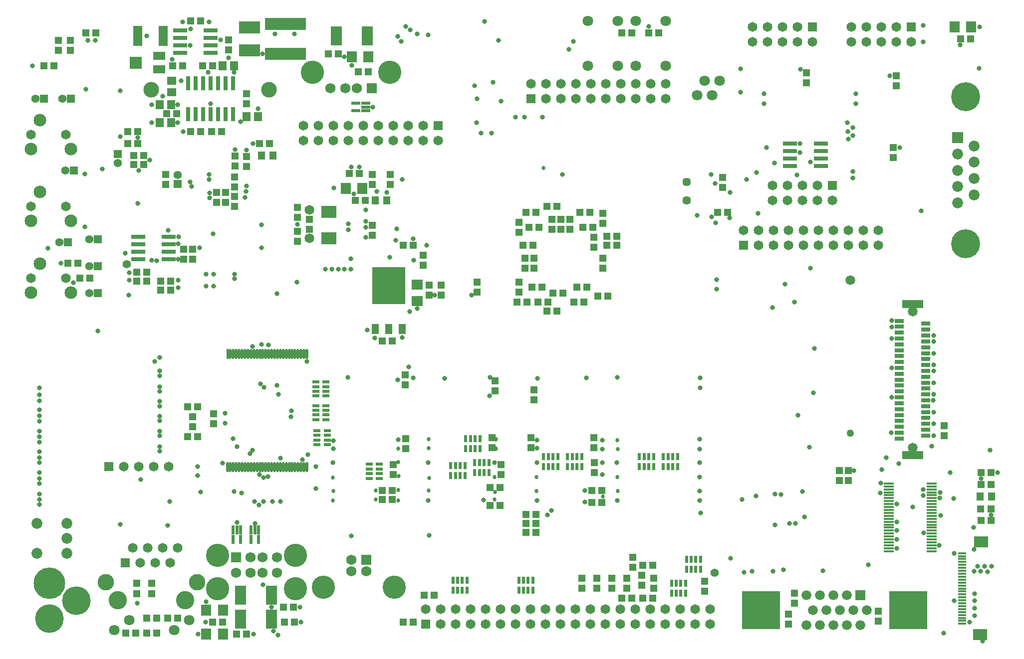
<source format=gbs>
%FSDAX44Y44*%
%MOIN*%
%SFA1B1*%

%IPPOS*%
%ADD75C,0.064960*%
%ADD130R,0.068900X0.076770*%
%ADD131R,0.045280X0.049210*%
%ADD132R,0.045280X0.023620*%
%ADD133R,0.045280X0.023620*%
%ADD134R,0.049210X0.045280*%
%ADD135R,0.023620X0.045280*%
%ADD136R,0.023620X0.045280*%
%ADD141R,0.017720X0.068900*%
%ADD144R,0.029530X0.092520*%
%ADD145R,0.092520X0.029530*%
%ADD146R,0.092520X0.029530*%
%ADD170R,0.064960X0.064960*%
%ADD172R,0.076770X0.068900*%
%ADD180C,0.064960*%
%ADD181C,0.057090*%
%ADD182C,0.070870*%
%ADD183C,0.072840*%
%ADD184C,0.155510*%
%ADD185C,0.068900*%
%ADD186R,0.068900X0.068900*%
%ADD187C,0.070910*%
%ADD188C,0.065910*%
%ADD189R,0.065910X0.065910*%
%ADD190R,0.255910X0.255910*%
%ADD191C,0.064910*%
%ADD192C,0.084650*%
%ADD193C,0.110240*%
%ADD194R,0.064960X0.064960*%
%ADD195C,0.122050*%
%ADD196C,0.193310*%
%ADD197R,0.072440X0.072440*%
%ADD198C,0.072440*%
%ADD199C,0.210630*%
%ADD200C,0.190950*%
%ADD201C,0.055120*%
%ADD202R,0.055120X0.055120*%
%ADD203C,0.104330*%
%ADD204C,0.049210*%
%ADD205C,0.031500*%
%ADD206C,0.027170*%
%ADD207C,0.055910*%
%ADD208R,0.045280X0.068900*%
%ADD209R,0.218500X0.250000*%
%ADD210R,0.019690X0.059060*%
%ADD211R,0.019690X0.059060*%
%ADD212R,0.076770X0.129920*%
%ADD213R,0.064960X0.029530*%
%ADD214R,0.139760X0.057090*%
%ADD215R,0.070870X0.017720*%
%ADD216O,0.017720X0.068900*%
%ADD217R,0.057090X0.017720*%
%ADD218R,0.092520X0.076770*%
%ADD219R,0.059060X0.019690*%
%ADD220R,0.059060X0.019690*%
%ADD221R,0.084650X0.057090*%
%ADD222R,0.084650X0.084650*%
%ADD223R,0.064960X0.131890*%
%ADD224R,0.045280X0.053150*%
%ADD225R,0.139760X0.080710*%
%ADD226R,0.273620X0.080710*%
%ADD227R,0.057090X0.064960*%
%ADD228R,0.064960X0.057090*%
%ADD229R,0.100390X0.080710*%
%LNpcb1-1*%
%LPD*%
G54D75*
X00011525Y00036139D03*
X00012525D03*
X00013525D03*
X00014025Y00037139D03*
X00013025D03*
X00012025D03*
X00011025D03*
G54D130*
X00015930Y00031377D03*
X00017033D03*
Y00032978D03*
X00015930D03*
X00025248Y00061200D03*
X00026351D03*
X00026751Y00070000D03*
X00025648D03*
X00065907Y00071973D03*
X00067009D03*
G54D131*
X00011275Y00034104D03*
X00012275D03*
Y00034774D03*
X00011275D03*
X00015000Y00045265D03*
Y00045934D03*
X00016400Y00046134D03*
Y00045465D03*
X00029252Y00044444D03*
Y00043775D03*
X00028400Y00042734D03*
Y00042065D03*
X00041000Y00035134D03*
Y00034465D03*
X00042000D03*
X00043000D03*
X00044000D03*
X00045800D03*
X00049200Y00034265D03*
X00055200Y00034134D03*
Y00033465D03*
X00054800Y00032734D03*
Y00032065D03*
X00060800Y00032265D03*
Y00032934D03*
X00049200Y00034934D03*
X00058200Y00041665D03*
X00058800D03*
Y00042334D03*
X00058200D03*
X00065200Y00044665D03*
Y00045334D03*
X00050400Y00061265D03*
X00056000Y00068265D03*
X00062000Y00068065D03*
X00061800Y00063934D03*
Y00063265D03*
X00062000Y00068734D03*
X00056000Y00068934D03*
X00050400Y00061934D03*
X00042400Y00059534D03*
Y00058865D03*
X00041800Y00057934D03*
Y00057265D03*
X00042400Y00056534D03*
Y00055865D03*
X00037800D03*
X00037200D03*
Y00056534D03*
X00037800D03*
X00036800Y00054934D03*
Y00058265D03*
Y00058934D03*
X00039000Y00059134D03*
X00039600D03*
X00040200Y00059134D03*
Y00058465D03*
X00039600Y00058465D03*
X00039000D03*
X00036800Y00054265D03*
X00035200Y00048334D03*
Y00047665D03*
X00037800Y00047734D03*
Y00047065D03*
X00037600Y00044534D03*
Y00043865D03*
X00035000D03*
Y00044534D03*
X00035600Y00042734D03*
Y00042065D03*
X00042000Y00035134D03*
X00043000D03*
X00044000D03*
X00044400Y00035865D03*
Y00036534D03*
X00045000Y00035334D03*
Y00034665D03*
X00045800Y00035134D03*
X00041852Y00042200D03*
Y00042870D03*
X00041800Y00043865D03*
Y00044534D03*
X00034000Y00054934D03*
X00030400Y00056065D03*
Y00056734D03*
X00028200Y00061465D03*
X00030800Y00054734D03*
Y00054065D03*
X00031600D03*
Y00054734D03*
X00034000Y00054265D03*
X00029200Y00048734D03*
Y00048065D03*
X00027000Y00058065D03*
Y00058734D03*
Y00061465D03*
X00022800Y00059134D03*
Y00058465D03*
X00022000Y00058334D03*
Y00057665D03*
Y00059265D03*
Y00059934D03*
X00028200Y00062134D03*
X00027000D03*
X00017400Y00070465D03*
Y00071134D03*
X00018600Y00067534D03*
Y00066865D03*
Y00063334D03*
Y00062665D03*
X00017859Y00062674D03*
Y00063344D03*
X00017800Y00061949D03*
Y00061280D03*
Y00060670D03*
Y00060000D03*
X00017200Y00060265D03*
X00016600D03*
Y00060934D03*
X00017200D03*
X00015000Y00057134D03*
X00014400D03*
Y00056465D03*
X00015000D03*
X00013200Y00062134D03*
Y00061465D03*
X00006863Y00070418D03*
Y00071087D03*
X00006063D03*
Y00070418D03*
G54D132*
X00023330Y00044055D03*
Y00044370D03*
Y00044685D03*
Y00045000D03*
X00023252Y00045724D03*
Y00046039D03*
Y00046354D03*
Y00046669D03*
X00023244Y00047307D03*
Y00047622D03*
Y00047937D03*
X00023913D03*
Y00047622D03*
Y00047307D03*
X00023921Y00046354D03*
Y00046039D03*
Y00045724D03*
X00024000Y00044685D03*
Y00044370D03*
Y00044055D03*
X00026800Y00042744D03*
Y00042429D03*
Y00042115D03*
X00027469D03*
Y00041800D03*
Y00042429D03*
Y00042744D03*
X00023244Y00048252D03*
G54D133*
X00026800Y00041800D03*
X00024000Y00045000D03*
X00023921Y00046669D03*
X00023913Y00048252D03*
G54D134*
X00029065Y00032200D03*
X00029734D03*
X00030465Y00034000D03*
X00031134D03*
X00034865Y00040000D03*
X00035534D03*
Y00041200D03*
X00034865D03*
X00037265Y00039400D03*
Y00038800D03*
Y00038200D03*
X00037934D03*
Y00038800D03*
Y00039400D03*
X00043665Y00033800D03*
X00044334D03*
X00045065D03*
X00045734D03*
Y00036000D03*
X00045065D03*
X00042334Y00040200D03*
X00041665D03*
Y00041000D03*
X00042334D03*
X00042065Y00054000D03*
X00042734D03*
X00041334Y00054600D03*
X00050065Y00059600D03*
X00050734D03*
X00043334Y00058000D03*
X00043334Y00057400D03*
X00042665D03*
Y00058000D03*
X00041734Y00058600D03*
X00041534Y00059600D03*
X00040865D03*
X00041065Y00058600D03*
X00038134D03*
X00037465D03*
X00037265Y00059600D03*
X00037934D03*
X00038665Y00060000D03*
X00039334D03*
X00037734Y00057400D03*
X00037065D03*
X00037665Y00054600D03*
X00038334D03*
X00039065Y00054200D03*
X00039734D03*
X00040665Y00054600D03*
X00040465Y00053600D03*
X00041134D03*
X00039334Y00053000D03*
X00038665D03*
X00038734Y00053600D03*
X00038065D03*
X00037334D03*
X00036665D03*
X00029734Y00057400D03*
X00029065D03*
X00028334Y00051000D03*
X00026534Y00060400D03*
X00025865D03*
X00027665Y00051000D03*
X00015334Y00046600D03*
X00014665D03*
Y00044600D03*
X00015334D03*
X00027665Y00041000D03*
Y00040400D03*
X00021734Y00033200D03*
X00021065D03*
X00021147Y00032177D03*
X00021816D03*
X00028334Y00040400D03*
X00028334Y00041000D03*
X00018616Y00031377D03*
X00017947D03*
X00017016Y00032177D03*
X00016347D03*
X00014010Y00032439D03*
X00013341D03*
X00012610D03*
X00011941D03*
Y00031439D03*
X00012610D03*
X00011210D03*
X00010541D03*
X00012865Y00054400D03*
X00013534D03*
Y00055000D03*
X00012865D03*
X00011934D03*
Y00055600D03*
X00011265D03*
Y00055000D03*
X00008134Y00055200D03*
X00007465D03*
X00014865Y00065000D03*
X00015534D03*
X00016265D03*
X00016934D03*
X00019465Y00064200D03*
X00020134D03*
X00025465Y00062200D03*
X00026134D03*
X00026065Y00069000D03*
X00026734D03*
X00024734Y00070200D03*
X00024065D03*
X00016334Y00069400D03*
X00015665D03*
X00014334D03*
X00014865Y00072400D03*
X00015534D03*
X00013665Y00069400D03*
X00008534Y00071600D03*
X00007865D03*
X00010665Y00065000D03*
X00011334D03*
Y00064200D03*
X00010665D03*
X00011065Y00063400D03*
Y00062800D03*
X00011734D03*
X00011734Y00063400D03*
X00013265Y00066200D03*
X00013934D03*
X00005734Y00069400D03*
X00005065D03*
X00006665Y00056200D03*
X00007334D03*
X00043665Y00071600D03*
X00044334D03*
X00045465D03*
X00046134D03*
X00066323Y00071173D03*
X00066992D03*
X00067665Y00042200D03*
X00067665Y00041400D03*
X00067664Y00039757D03*
X00067681Y00038995D03*
X00068350D03*
X00068334Y00039757D03*
X00068334Y00041400D03*
X00068334Y00042200D03*
G54D135*
X00032400Y00034330D03*
X00032715D03*
X00033029D03*
X00033344D03*
X00036800D03*
X00037115D03*
X00037429D03*
X00037744D03*
X00047000Y00034130D03*
X00047315D03*
X00047629D03*
X00047944D03*
X00048315Y00035730D03*
X00048629D03*
X00048944D03*
Y00036400D03*
X00048629D03*
X00048315D03*
X00047085Y00042600D03*
X00046770D03*
X00046455D03*
Y00043269D03*
X00046770D03*
X00047085D03*
X00047400D03*
X00045800D03*
X00045485D03*
X00045170D03*
X00044855D03*
Y00042600D03*
X00045170D03*
X00045485D03*
X00048000Y00035730D03*
X00047944Y00034800D03*
X00047629D03*
X00047315D03*
X00040685Y00042600D03*
X00040370D03*
X00040055D03*
Y00043269D03*
X00040370D03*
X00040685D03*
X00041000D03*
X00039400D03*
X00039085D03*
X00038770D03*
X00038455D03*
Y00042600D03*
X00038770D03*
X00039085D03*
X00034800Y00042869D03*
X00037115Y00035000D03*
X00037429D03*
X00037744D03*
X00034485Y00042200D03*
X00034170D03*
X00033855D03*
Y00042869D03*
X00034170D03*
X00034485D03*
X00033200Y00042669D03*
X00032885D03*
X00032570D03*
X00032255D03*
Y00042000D03*
X00032570D03*
X00032885D03*
X00033255Y00043800D03*
X00033570D03*
X00033885D03*
Y00044469D03*
X00034200D03*
X00033570D03*
X00033255D03*
X00033344Y00035000D03*
X00033029D03*
X00032715D03*
G54D136*
X00036800Y00035000D03*
X00047000Y00034800D03*
X00048000Y00036400D03*
X00047400Y00042600D03*
X00045800D03*
X00041000D03*
X00039400D03*
X00034800Y00042200D03*
X00033200Y00042000D03*
X00034200Y00043800D03*
X00032400Y00035000D03*
G54D141*
X00017333Y00050107D03*
G54D144*
X00014700Y00066166D03*
X00015200D03*
X00015700D03*
X00016200D03*
X00016700D03*
X00017200D03*
X00017700D03*
Y00068233D03*
X00017200D03*
X00016700D03*
X00016200D03*
X00015700D03*
X00015200D03*
X00014700D03*
G54D145*
X00011376Y00056450D03*
Y00056950D03*
Y00057450D03*
Y00057950D03*
X00013423Y00057450D03*
Y00056950D03*
Y00056450D03*
X00016223Y00070250D03*
Y00070750D03*
Y00071250D03*
Y00071750D03*
X00014176D03*
Y00071250D03*
Y00070750D03*
X00054920Y00064195D03*
Y00063695D03*
Y00063195D03*
X00056967D03*
Y00063695D03*
Y00064195D03*
Y00062695D03*
G54D146*
X00013423Y00057950D03*
X00014176Y00070250D03*
X00054920Y00062695D03*
G54D170*
X00030585Y00032040D03*
X00009400Y00042600D03*
X00031400Y00065400D03*
X00037600Y00067200D03*
X00051800Y00057400D03*
X00057759Y00061387D03*
X00063000Y00072000D03*
X00056400D03*
G54D172*
X00030000Y00053648D03*
Y00054751D03*
G54D180*
X00031585Y00032040D03*
X00032585D03*
X00033585D03*
Y00033041D03*
X00032585D03*
X00031585D03*
X00030585D03*
X00034585D03*
X00035585D03*
X00036585D03*
X00037585D03*
X00038585D03*
X00039585D03*
X00040585D03*
Y00032040D03*
X00039585D03*
X00038585D03*
X00037585D03*
X00036585D03*
X00035585D03*
X00034585D03*
X00041585D03*
X00042585D03*
X00043585D03*
X00044585D03*
X00045585D03*
X00046585D03*
X00047585D03*
Y00033041D03*
X00046585D03*
X00045585D03*
X00044585D03*
X00043585D03*
X00042585D03*
X00041585D03*
X00048585D03*
X00049585D03*
Y00032040D03*
X00048585D03*
X00063104Y00043852D03*
Y00052947D03*
X00058950Y00055050D03*
X00058800Y00057400D03*
X00057800D03*
X00056800D03*
X00055800D03*
X00054800D03*
Y00058400D03*
X00055800D03*
X00056800D03*
X00057800D03*
X00058800D03*
X00059800D03*
Y00057400D03*
X00060800D03*
Y00058400D03*
X00057759Y00060387D03*
X00056759D03*
X00055759D03*
Y00061387D03*
X00056759D03*
X00054759D03*
X00053759D03*
Y00060387D03*
X00054759D03*
X00053800Y00058400D03*
X00052800D03*
X00051800D03*
X00052800Y00057400D03*
X00053800D03*
X00046600Y00067200D03*
X00045600D03*
X00044600D03*
X00043600D03*
X00042600D03*
X00041600D03*
Y00068200D03*
X00042600D03*
X00043600D03*
X00044600D03*
X00045600D03*
X00046600D03*
X00052400Y00071000D03*
Y00072000D03*
X00053400D03*
Y00071000D03*
X00054400D03*
Y00072000D03*
X00055400D03*
Y00071000D03*
X00056400D03*
X00059000D03*
Y00072000D03*
X00060000D03*
Y00071000D03*
X00061000D03*
Y00072000D03*
X00062000D03*
Y00071000D03*
X00063000D03*
X00040600Y00068200D03*
X00039600D03*
X00038600D03*
X00037600D03*
X00038600Y00067200D03*
X00039600D03*
X00040600D03*
X00031400Y00064400D03*
X00030400D03*
X00029400D03*
X00028400D03*
Y00065400D03*
X00029400D03*
X00030400D03*
X00027400D03*
X00026400D03*
X00025400D03*
X00024400D03*
X00023400D03*
X00022400D03*
Y00064400D03*
X00023400D03*
X00024400D03*
X00025400D03*
X00026400D03*
X00027400D03*
X00022800Y00059760D03*
Y00057839D03*
X00013400Y00042600D03*
X00012400D03*
X00011400D03*
X00010400D03*
G54D181*
X00048000Y00060389D03*
Y00061610D03*
G54D182*
X00041400Y00069400D03*
X00043400D03*
X00044600D03*
X00046600D03*
Y00072400D03*
X00044600D03*
X00043400D03*
X00041400D03*
G54D183*
X00004600Y00036800D03*
Y00038800D03*
X00006600D03*
Y00037800D03*
Y00036800D03*
G54D184*
X00021868Y00034425D03*
X00028480Y00034507D03*
X00023740D03*
X00021868Y00036661D03*
X00016695D03*
Y00034425D03*
X00028186Y00068952D03*
X00023013D03*
G54D185*
X00025618Y00035574D03*
Y00036362D03*
X00026602Y00035574D03*
X00020659Y00035492D03*
X00019675D03*
X00018888D03*
X00017903D03*
X00018888Y00036523D03*
X00019675D03*
X00020659D03*
X00024222Y00067885D03*
X00025206D03*
X00025993D03*
G54D186*
X00026602Y00036362D03*
X00017903Y00036523D03*
X00026977Y00067885D03*
G54D187*
X00014765Y00032309D03*
X00013765Y00031639D03*
X00010785Y00032309D03*
X00009785Y00031639D03*
X00048723Y00067415D03*
X00049707D03*
X00050200Y00068400D03*
X00049215D03*
G54D188*
X00056000Y00032000D03*
X00056900D03*
X00057800D03*
X00058700D03*
X00059600D03*
X00060050Y00033000D03*
X00059150D03*
X00058250D03*
X00057350D03*
X00056450D03*
X00056900Y00034000D03*
X00057800D03*
X00058700D03*
X00056000D03*
G54D189*
X00059600Y00034000D03*
G54D190*
X00052980Y00033000D03*
X00062820D03*
G54D191*
X00004200Y00055200D03*
X00006562D03*
Y00060000D03*
X00004200D03*
Y00064800D03*
X00006562D03*
G54D192*
X00004200Y00054235D03*
X00006877D03*
X00004829Y00056164D03*
X00004200Y00059035D03*
X00004829Y00060964D03*
X00006877Y00059035D03*
Y00063835D03*
X00004200D03*
X00004829Y00065764D03*
G54D193*
X00015325Y00034839D03*
X00009225D03*
G54D194*
X00010525Y00036139D03*
G54D195*
X00014525Y00033639D03*
X00010025D03*
G54D196*
X00066659Y00057480D03*
Y00067319D03*
G54D197*
X00066100Y00064581D03*
G54D198*
X00066100Y00060218D03*
Y00061309D03*
X00067218Y00060764D03*
Y00061854D03*
Y00062945D03*
Y00064035D03*
X00066100Y00063490D03*
Y00062400D03*
G54D199*
X00005463Y00034800D03*
G54D200*
X00005463Y00032437D03*
X00007234Y00033618D03*
G54D201*
X00008104Y00054200D03*
Y00056000D03*
Y00057800D03*
X00010000Y00062904D03*
X00014000Y00062095D03*
X00006504Y00062400D03*
X00006304Y00067200D03*
X00004504D03*
X00006104Y00057600D03*
G54D202*
X00008695Y00054200D03*
Y00056000D03*
Y00057800D03*
X00014000Y00061504D03*
X00010000Y00063495D03*
X00007095Y00062400D03*
X00006895Y00067200D03*
X00005095D03*
X00006695Y00057600D03*
G54D203*
X00020105Y00067784D03*
X00012231D03*
G54D204*
X00058950Y00044813D03*
G54D205*
X00022244Y00032173D03*
X00022165Y00033204D03*
X00030826Y00037984D03*
X00030755Y00040322D03*
X00034464Y00040354D03*
X00038000Y00040322D03*
X00038968Y00039669D03*
X00038700Y00039370D03*
X00041228Y00040236D03*
X00041212Y00040984D03*
X00043370Y00040315D03*
X00048866Y00040338D03*
X00048874Y00040960D03*
X00048944Y00039503D03*
X00051700Y00040378D03*
X00052637Y00040606D03*
X00053914Y00040764D03*
X00054307Y00040732D03*
X00053913Y00038692D03*
X00053795Y00035590D03*
X00054488Y00035700D03*
X00052393Y00035582D03*
X00051833Y00035535D03*
X00050960Y00036464D03*
X00054897Y00038779D03*
X00055291D03*
X00055874Y00039212D03*
X00055763Y00040921D03*
X00060937Y00040834D03*
X00060157Y00036031D03*
X00057118Y00035614D03*
X00065874Y00033622D03*
X00067236Y00033606D03*
Y00033118D03*
Y00032622D03*
X00066913Y00032173D03*
X00067779Y00030929D03*
X00065173Y00031464D03*
X00067244Y00034094D03*
X00068377Y00035937D03*
X00068350Y00039370D03*
X00068782Y00042200D03*
X00064513Y00048203D03*
X00064511Y00048992D03*
Y00049378D03*
Y00050165D03*
X00064519Y00050960D03*
Y00051346D03*
X00061700Y00051149D03*
X00061708Y00051937D03*
X00061716Y00052346D03*
X00061708Y00049181D03*
X00061700Y00047212D03*
X00061675Y00044856D03*
X00062196Y00042803D03*
X00064393Y00043968D03*
X00064503Y00044653D03*
Y00045441D03*
Y00046228D03*
X00064497Y00047022D03*
X00064503Y00047417D03*
X00065598Y00042173D03*
X00067665Y00041803D03*
X00068291Y00043700D03*
X00065842Y00040456D03*
X00064913Y00040472D03*
X00064937Y00040842D03*
X00063818Y00040669D03*
Y00041063D03*
X00063102Y00039881D03*
X00062031Y00040086D03*
Y00038905D03*
X00062039Y00038307D03*
Y00037724D03*
Y00037126D03*
X00063842Y00038165D03*
X00064889Y00037322D03*
X00065881Y00036787D03*
X00067204Y00037047D03*
X00067448Y00035929D03*
X00067905Y00035937D03*
X00068118Y00035566D03*
X00067661Y00035582D03*
X00067212Y00035574D03*
X00067189Y00038527D03*
X00064968Y00039322D03*
X00060976Y00041503D03*
X00061039Y00042393D03*
X00061338Y00043189D03*
X00059196Y00042338D03*
X00056212Y00043874D03*
X00055464Y00046015D03*
X00056480Y00047535D03*
X00056535Y00050472D03*
X00055204Y00053582D03*
X00063696Y00059689D03*
X00062241Y00063934D03*
X00061588Y00068734D03*
X00063826Y00071000D03*
Y00072102D03*
X00066291Y00070779D03*
X00067590Y00071992D03*
X00067535Y00069228D03*
X00055606Y00069165D03*
X00055582Y00064196D03*
Y00063590D03*
X00056291Y00062944D03*
X00055370Y00062102D03*
X00059126Y00061897D03*
X00059129Y00062334D03*
X00059118Y00064732D03*
X00059126Y00065259D03*
X00058779Y00064992D03*
X00058803Y00064472D03*
X00058755Y00065590D03*
X00059315Y00066865D03*
Y00067534D03*
X00056291Y00055866D03*
X00053897Y00062897D03*
X00053362Y00063929D03*
X00052685Y00062252D03*
X00052000Y00061787D03*
X00049661Y00062110D03*
X00051606Y00067622D03*
X00053165Y00067535D03*
X00053172Y00066865D03*
X00052795Y00059527D03*
X00050889Y00059220D03*
X00049952Y00058905D03*
X00049685Y00059283D03*
X00048724Y00059393D03*
X00049913Y00061527D03*
X00050921Y00060921D03*
X00050007Y00055078D03*
X00050007Y00054465D03*
X00054590Y00054779D03*
X00053748Y00053220D03*
X00048921Y00048535D03*
X00048913Y00047842D03*
X00048889Y00044425D03*
X00048874Y00043771D03*
Y00042850D03*
X00048881Y00041905D03*
X00043377Y00048566D03*
X00041330Y00048519D03*
X00042377Y00044346D03*
Y00043771D03*
Y00042850D03*
X00042370Y00042070D03*
X00043354Y00042850D03*
X00038031Y00048472D03*
X00034866Y00048551D03*
X00034858Y00047322D03*
X00035252Y00044409D03*
Y00043779D03*
X00035173Y00042850D03*
X00038007Y00042842D03*
X00038015Y00043818D03*
Y00044370D03*
X00031850Y00048472D03*
X00029763Y00048519D03*
X00029464Y00049244D03*
X00028700Y00048377D03*
X00029000Y00051212D03*
X00029527Y00052944D03*
X00030000Y00053141D03*
X00031196Y00054055D03*
X00033637Y00054039D03*
X00030748Y00042842D03*
X00028740Y00044378D03*
X00025370Y00048566D03*
X00022645Y00049614D03*
X00027196Y00051181D03*
X00026685Y00051716D03*
X00024401Y00044307D03*
X00024409Y00043795D03*
X00024393Y00042842D03*
X00023259Y00042582D03*
X00022717Y00043394D03*
X00022347Y00043063D03*
X00021590Y00045937D03*
X00021606Y00046338D03*
X00023259Y00041118D03*
X00025606Y00037944D03*
X00020063Y00041929D03*
X00019733Y00041858D03*
X00019481Y00042055D03*
X00018834Y00043441D03*
X00019023Y00043685D03*
X00017992Y00043913D03*
X00017708Y00044464D03*
X00017189Y00045480D03*
Y00046141D03*
X00017000Y00042826D03*
X00015360Y00042600D03*
X00015362Y00042000D03*
X00020874Y00043157D03*
X00020756Y00047409D03*
X00020646Y00048008D03*
X00019771Y00047905D03*
X00019733Y00040252D03*
X00019433Y00040015D03*
X00019133Y00040259D03*
X00020339Y00040252D03*
X00020866D03*
X00018291Y00040811D03*
X00017795Y00040929D03*
X00017984Y00038842D03*
X00019173Y00038803D03*
X00019716Y00034692D03*
X00015543Y00040889D03*
X00015930Y00033557D03*
X00015892Y00032177D03*
X00015370Y00031377D03*
X00019086D03*
X00020428Y00031587D03*
X00020716Y00031330D03*
X00020281Y00033173D03*
X00013346Y00038645D03*
X00013480Y00040252D03*
X00010196Y00038711D03*
X00011299Y00033440D03*
X00004787Y00040039D03*
Y00040393D03*
Y00040771D03*
X00011535Y00041734D03*
X00012818Y00043629D03*
Y00043929D03*
Y00044645D03*
Y00044944D03*
Y00045645D03*
Y00045944D03*
Y00046637D03*
Y00046944D03*
Y00047637D03*
Y00047937D03*
X00019551Y00048118D03*
X00019629Y00050763D03*
X00020087Y00050724D03*
X00019000Y00050614D03*
X00020661Y00054165D03*
X00016409Y00054669D03*
X00015905D03*
X00021968Y00054921D03*
X00023897Y00055779D03*
X00024315D03*
X00024732D03*
X00025149D03*
X00025566D03*
X00025574Y00056488D03*
X00025401Y00058425D03*
Y00058826D03*
X00026566Y00058976D03*
X00026582Y00058582D03*
Y00057913D03*
X00026566Y00059748D03*
X00025787Y00060818D03*
X00027322Y00060992D03*
X00024464Y00061236D03*
X00022000Y00058795D03*
X00028646Y00058504D03*
X00028566Y00057716D03*
X00029755Y00057826D03*
X00030637Y00057385D03*
X00029789Y00056400D03*
X00028189Y00056590D03*
X00027992Y00060929D03*
X00034978Y00064879D03*
X00036590Y00065960D03*
X00037196D03*
X00038396D03*
X00035600Y00067037D03*
X00035086Y00068299D03*
X00039700Y00062118D03*
X00045488Y00072023D03*
X00051598Y00069181D03*
X00040149Y00070503D03*
X00040441Y00071023D03*
X00035448Y00071086D03*
X00034503Y00072346D03*
X00030739Y00071463D03*
X00030015Y00071511D03*
X00029535Y00071787D03*
X00029244Y00072031D03*
X00028700Y00071370D03*
X00028937Y00071007D03*
X00033858Y00068063D03*
X00034000Y00067196D03*
X00033992Y00065590D03*
X00034283Y00064881D03*
X00029000Y00061779D03*
X00025648Y00069416D03*
X00025149Y00070000D03*
X00021818Y00071511D03*
X00027055Y00066629D03*
X00026133Y00062629D03*
X00025598D03*
X00019677Y00070196D03*
X00020527Y00071527D03*
X00016889Y00071134D03*
X00017417Y00069913D03*
X00017774Y00068947D03*
X00016055Y00068944D03*
X00014240Y00068374D03*
X00014840Y00070750D03*
X00014865Y00071865D03*
X00014338Y00072338D03*
X00016118D03*
X00016200Y00066861D03*
X00018224Y00065665D03*
X00019374Y00066507D03*
X00019050Y00064200D03*
X00018598Y00063771D03*
X00017859Y00063778D03*
X00016110Y00062133D03*
Y00061795D03*
X00014834Y00061622D03*
X00014385Y00065000D03*
X00014960Y00061322D03*
X00016133Y00060874D03*
Y00060551D03*
X00018527Y00060591D03*
X00018582Y00060976D03*
X00018598Y00061354D03*
X00019614Y00058763D03*
X00019598Y00057228D03*
X00017803Y00055464D03*
Y00055141D03*
X00016401Y00055441D03*
X00015905D03*
X00015488Y00057212D03*
X00016393Y00058149D03*
X00012149Y00063102D03*
X00011401Y00062377D03*
X00011334Y00064598D03*
X00010188Y00064653D03*
X00012281Y00065600D03*
X00012291Y00066787D03*
X00013023Y00067362D03*
X00014012Y00066800D03*
X00014023Y00065600D03*
X00010175Y00067734D03*
X00007866Y00067826D03*
X00007818Y00062149D03*
X00008984Y00062496D03*
X00011357Y00060200D03*
X00013385Y00058401D03*
X00014078Y00057950D03*
X00014055Y00057480D03*
X00014047Y00056450D03*
X00014031Y00055050D03*
X00012629Y00056354D03*
X00012291Y00056401D03*
X00010511Y00056850D03*
X00010771Y00055551D03*
X00010779Y00055047D03*
X00007811Y00058637D03*
X00010740Y00054047D03*
X00014031Y00054550D03*
X00012818Y00049897D03*
X00012496Y00049606D03*
X00012818Y00048984D03*
Y00048661D03*
X00008666Y00051655D03*
X00007063Y00054889D03*
X00006228Y00056204D03*
X00005354Y00057196D03*
X00004779Y00047866D03*
X00004787Y00047401D03*
X00004779Y00046976D03*
X00004787Y00046377D03*
Y00046000D03*
Y00045637D03*
Y00044968D03*
Y00044598D03*
Y00044220D03*
Y00043590D03*
Y00043204D03*
Y00042842D03*
Y00042181D03*
Y00041803D03*
Y00041440D03*
X00008007Y00071086D03*
X00008503Y00071078D03*
X00011937Y00071393D03*
X00013661Y00069826D03*
X00004321Y00069400D03*
G54D206*
X00035165Y00040385D03*
X00035220Y00040881D03*
X00037976Y00040968D03*
X00042401Y00040598D03*
X00043401Y00040960D03*
X00043393Y00041874D03*
X00043401Y00043763D03*
X00043385Y00044362D03*
X00037968Y00041905D03*
X00035181Y00041881D03*
X00030803Y00041834D03*
X00030795Y00043834D03*
Y00044425D03*
X00028748Y00043787D03*
X00028763Y00042881D03*
X00028779Y00041944D03*
X00028748Y00041015D03*
X00028755Y00040330D03*
X00030787Y00040984D03*
X00024393Y00041842D03*
X00024401Y00040944D03*
X00024393Y00040322D03*
X00027252Y00040393D03*
X00027244Y00041000D03*
X00038448Y00062543D03*
G54D207*
X00049874Y00035472D03*
X00010622Y00056118D03*
G54D208*
X00028100Y00051800D03*
X00029000D03*
X00027200D03*
G54D209*
X00028100Y00054674D03*
G54D210*
X00017714Y00037715D03*
X00018226D03*
Y00038365D03*
X00017970D03*
X00019170D03*
X00019426D03*
Y00037715D03*
X00018914D03*
G54D211*
X00017714Y00038365D03*
X00018914D03*
G54D212*
X00018215Y00032378D03*
Y00033977D03*
X00020281D03*
Y00032378D03*
X00024600Y00071400D03*
X00026666D03*
G54D213*
X00062218Y00044463D03*
Y00044856D03*
Y00045250D03*
Y00045644D03*
Y00046037D03*
Y00046431D03*
Y00046825D03*
Y00047218D03*
Y00047612D03*
Y00048006D03*
X00063990Y00047809D03*
Y00047415D03*
Y00047022D03*
Y00046628D03*
Y00046234D03*
Y00045840D03*
Y00045447D03*
Y00045053D03*
Y00044659D03*
Y00048203D03*
Y00048596D03*
Y00048990D03*
Y00049384D03*
Y00049778D03*
Y00050171D03*
Y00050565D03*
Y00050959D03*
Y00051352D03*
Y00051746D03*
Y00052140D03*
X00062218Y00052337D03*
Y00051943D03*
Y00051549D03*
Y00051155D03*
Y00050762D03*
Y00050368D03*
Y00049974D03*
Y00049581D03*
Y00049187D03*
Y00048793D03*
Y00048400D03*
G54D214*
X00063104Y00043340D03*
Y00053459D03*
G54D215*
X00061517Y00036933D03*
Y00037129D03*
Y00037326D03*
Y00037523D03*
Y00037720D03*
Y00037917D03*
Y00038114D03*
Y00038311D03*
Y00038507D03*
Y00038704D03*
Y00038901D03*
Y00039098D03*
Y00039295D03*
Y00039492D03*
Y00039689D03*
Y00039885D03*
Y00040082D03*
Y00040279D03*
Y00040476D03*
Y00040673D03*
Y00040870D03*
Y00041066D03*
X00064371D03*
Y00040870D03*
Y00040673D03*
Y00040476D03*
Y00040279D03*
Y00040082D03*
Y00039885D03*
Y00039689D03*
Y00039492D03*
Y00039295D03*
Y00039098D03*
Y00038901D03*
Y00038704D03*
Y00038507D03*
Y00038311D03*
Y00038114D03*
Y00037917D03*
Y00037720D03*
Y00037523D03*
Y00037326D03*
Y00037129D03*
Y00036933D03*
Y00041263D03*
Y00041460D03*
X00061517D03*
Y00041263D03*
G54D216*
X00021073Y00042548D03*
X00021270D03*
X00021466D03*
X00021663D03*
X00021860D03*
X00022057D03*
X00022254D03*
X00022451D03*
X00022647D03*
Y00050107D03*
X00022451D03*
X00022254D03*
X00022057D03*
X00021860D03*
X00021663D03*
X00021466D03*
X00021270D03*
X00021073D03*
X00020876D03*
X00020679D03*
X00020482D03*
X00020285D03*
X00020088D03*
X00019892D03*
X00019695D03*
X00019498D03*
X00019301D03*
X00019104D03*
X00018907D03*
X00018710D03*
X00018514D03*
X00018317D03*
X00018120D03*
X00017923D03*
X00017726D03*
X00017529D03*
Y00042548D03*
X00017726D03*
X00017923D03*
X00018120D03*
X00018317D03*
X00018514D03*
X00018710D03*
X00018907D03*
X00019104D03*
X00019301D03*
X00019498D03*
X00019695D03*
X00019892D03*
X00020088D03*
X00020285D03*
X00020482D03*
X00020679D03*
X00020876D03*
X00017333D03*
G54D217*
X00066400Y00032075D03*
Y00032272D03*
Y00032469D03*
Y00032666D03*
Y00032863D03*
Y00033059D03*
Y00033256D03*
Y00033453D03*
Y00033650D03*
Y00033847D03*
Y00034044D03*
Y00034241D03*
Y00034437D03*
Y00034634D03*
Y00034831D03*
Y00035028D03*
Y00035225D03*
Y00035422D03*
Y00035618D03*
Y00035815D03*
Y00036012D03*
Y00036209D03*
Y00036406D03*
Y00036603D03*
Y00036800D03*
G54D218*
X00067629Y00031352D03*
X00067679Y00037548D03*
G54D219*
X00025915Y00066374D03*
Y00066885D03*
X00026565Y00066629D03*
Y00066374D03*
G54D220*
X00026565Y00066885D03*
G54D221*
X00012787Y00069147D03*
Y00070052D03*
G54D222*
X00011212Y00069600D03*
G54D223*
X00011353Y00071400D03*
X00013046D03*
G54D224*
X00027993Y00060400D03*
X00027206D03*
X00020393Y00063400D03*
X00019606D03*
X00067606Y00040600D03*
X00068393D03*
G54D225*
X00018800Y00070432D03*
Y00071967D03*
G54D226*
X00021200Y00070196D03*
Y00072203D03*
G54D227*
X00018626Y00066000D03*
X00019374D03*
X00017774Y00069400D03*
X00017026D03*
X00013574Y00066800D03*
X00012826D03*
Y00065600D03*
X00013574D03*
G54D228*
X00013600Y00067626D03*
Y00068374D03*
G54D229*
X00024107Y00057863D03*
Y00059634D03*
M02*
</source>
